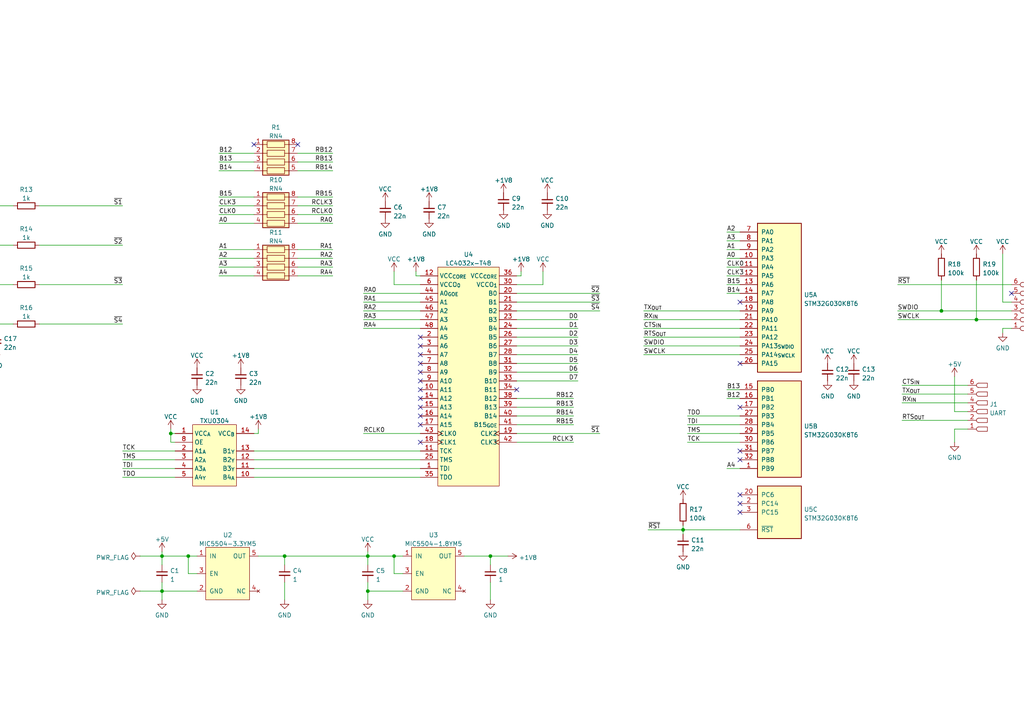
<source format=kicad_sch>
(kicad_sch (version 20211123) (generator eeschema)
  (paper "A4")
  (lib_symbols
    (symbol "connector:1F6" (pin_names (offset 1.016))
      (property "Reference" "J" (at -6.35 -1.27 0))
      (property "Value" "1F6" (at -6.35 1.27 0))
      (symbol "1F6_0_1"
        (arc (start -3.175 -6.985) (mid -2.54 -6.35) (end -3.175 -5.715))
        (arc (start -3.175 -4.445) (mid -2.54 -3.81) (end -3.175 -3.175))
        (arc (start -3.175 -1.905) (mid -2.54 -1.27) (end -3.175 -0.635))
        (arc (start -3.175 0.635) (mid -2.54 1.27) (end -3.175 1.905))
        (arc (start -3.175 3.175) (mid -2.54 3.81) (end -3.175 4.445))
        (arc (start -3.175 5.715) (mid -2.54 6.35) (end -3.175 6.985))
        (polyline (pts (xy -3.175 -5.715) (xy -5.715 -5.715) (xy -5.715 -6.985) (xy -3.175 -6.985)))
        (polyline (pts (xy -3.175 -3.175) (xy -5.715 -3.175) (xy -5.715 -4.445) (xy -3.175 -4.445)))
        (polyline (pts (xy -3.175 -0.635) (xy -5.715 -0.635) (xy -5.715 -1.905) (xy -3.175 -1.905)))
        (polyline (pts (xy -3.175 1.905) (xy -5.715 1.905) (xy -5.715 0.635) (xy -3.175 0.635)))
        (polyline (pts (xy -3.175 4.445) (xy -5.715 4.445) (xy -5.715 3.175) (xy -3.175 3.175)))
        (polyline (pts (xy -3.175 6.985) (xy -5.715 6.985) (xy -5.715 5.715) (xy -3.175 5.715)))
      )
      (symbol "1F6_1_1"
        (pin passive line (at 0 6.35 180) (length 2.54) (name "~") (number "1"))
        (pin passive line (at 0 3.81 180) (length 2.54) (name "~") (number "2"))
        (pin passive line (at 0 1.27 180) (length 2.54) (name "~") (number "3"))
        (pin passive line (at 0 -1.27 180) (length 2.54) (name "~") (number "4"))
        (pin passive line (at 0 -3.81 180) (length 2.54) (name "~") (number "5"))
        (pin passive line (at 0 -6.35 180) (length 2.54) (name "~") (number "6"))
      )
    )
    (symbol "discrete:C" (pin_numbers hide) (pin_names (offset 0.254) hide)
      (property "Reference" "C" (at 0.254 1.778 0))
      (property "Value" "C" (at 0.254 -2.032 0))
      (symbol "C_0_1"
        (polyline (pts (xy -1.524 -0.508) (xy 1.524 -0.508)) (stroke (width 0.3302)))
        (polyline (pts (xy -1.524 0.508) (xy 1.524 0.508)) (stroke (width 0.3048)))
      )
      (symbol "C_1_1"
        (pin passive line (at 0 2.54 270) (length 2.032) (name "~") (number "1"))
        (pin passive line (at 0 -2.54 90) (length 2.032) (name "~") (number "2"))
      )
    )
    (symbol "discrete:LED" (pin_numbers hide) (pin_names (offset 1.016) hide)
      (property "Reference" "D" (at 0 2.54 0))
      (property "Value" "LED" (at 0 -2.54 0))
      (symbol "LED_0_1"
        (polyline (pts (xy -1.27 -1.27) (xy -1.27 1.27)) (stroke (width 0.2032)))
        (polyline (pts (xy -1.27 0) (xy 1.27 0)))
        (polyline (pts (xy 1.27 -1.27) (xy 1.27 1.27) (xy -1.27 0) (xy 1.27 -1.27)) (stroke (width 0.2032)) (fill (type outline)))
        (polyline (pts (xy -3.048 -0.762) (xy -4.572 -2.286) (xy -3.81 -2.286) (xy -4.572 -2.286) (xy -4.572 -1.524)))
        (polyline (pts (xy -1.778 -0.762) (xy -3.302 -2.286) (xy -2.54 -2.286) (xy -3.302 -2.286) (xy -3.302 -1.524)))
      )
      (symbol "LED_1_1"
        (pin passive line (at -3.81 0 0) (length 2.54) (name "K") (number "1"))
        (pin passive line (at 3.81 0 180) (length 2.54) (name "A") (number "2"))
      )
    )
    (symbol "discrete:R" (pin_numbers hide) (pin_names (offset 0))
      (property "Reference" "R" (at 1.27 -1.27 0))
      (property "Value" "R" (at 1.27 1.27 0))
      (symbol "R_0_1"
        (rectangle (start -0.889 2.54) (end 0.889 -2.54) (stroke (width 0.254)))
      )
      (symbol "R_1_1"
        (pin passive line (at 0 3.81 270) (length 1.27) (name "~") (number "1"))
        (pin passive line (at 0 -3.81 90) (length 1.27) (name "~") (number "2"))
      )
    )
    (symbol "discrete:RN4" (pin_names (offset 0) hide)
      (property "Reference" "R" (at 5.715 1.27 0))
      (property "Value" "RN4" (at 5.715 -1.27 0))
      (symbol "RN4_0_1"
        (rectangle (start -5.08 3.81) (end 5.08 -3.81) (stroke (width 0.254)) (fill (type background)))
        (rectangle (start -4.699 2.54) (end -2.921 -2.54))
        (rectangle (start -2.159 2.54) (end -0.381 -2.54))
        (polyline (pts (xy -3.81 -3.81) (xy -3.81 -2.54)))
        (polyline (pts (xy -3.81 3.81) (xy -3.81 2.54)))
        (polyline (pts (xy -1.27 -3.81) (xy -1.27 -2.54)))
        (polyline (pts (xy -1.27 3.81) (xy -1.27 2.54)))
        (polyline (pts (xy 1.27 -3.81) (xy 1.27 -2.54)))
        (polyline (pts (xy 1.27 3.81) (xy 1.27 2.54)))
        (polyline (pts (xy 3.81 -3.81) (xy 3.81 -2.54)))
        (polyline (pts (xy 3.81 3.81) (xy 3.81 2.54)))
        (rectangle (start 0.381 2.54) (end 2.159 -2.54))
        (rectangle (start 2.921 2.54) (end 4.699 -2.54))
      )
      (symbol "RN4_1_1"
        (pin passive line (at 3.81 6.35 270) (length 2.54) (name "~") (number "1"))
        (pin passive line (at 1.27 6.35 270) (length 2.54) (name "~") (number "2"))
        (pin passive line (at -1.27 6.35 270) (length 2.54) (name "~") (number "3"))
        (pin passive line (at -3.81 6.35 270) (length 2.54) (name "~") (number "4"))
        (pin passive line (at -3.81 -6.35 90) (length 2.54) (name "~") (number "5"))
        (pin passive line (at -1.27 -6.35 90) (length 2.54) (name "~") (number "6"))
        (pin passive line (at 1.27 -6.35 90) (length 2.54) (name "~") (number "7"))
        (pin passive line (at 3.81 -6.35 90) (length 2.54) (name "~") (number "8"))
      )
    )
    (symbol "power:+1V8" (power) (pin_names (offset 0))
      (property "Value" "+1V8" (at 0 3.556 0))
      (symbol "+1V8_0_1"
        (polyline (pts (xy -0.762 1.27) (xy 0 2.54)))
        (polyline (pts (xy 0 0) (xy 0 2.54)))
        (polyline (pts (xy 0 2.54) (xy 0.762 1.27)))
      )
      (symbol "+1V8_1_1"
        (pin power_in line (at 0 0 90) (length 0) hide (name "+1V8") (number "1"))
      )
    )
    (symbol "power:+5V" (power) (pin_names (offset 0))
      (property "Value" "+5V" (at 0 3.556 0))
      (symbol "+5V_0_1"
        (polyline (pts (xy -0.762 1.27) (xy 0 2.54)))
        (polyline (pts (xy 0 0) (xy 0 2.54)))
        (polyline (pts (xy 0 2.54) (xy 0.762 1.27)))
      )
      (symbol "+5V_1_1"
        (pin power_in line (at 0 0 90) (length 0) hide (name "+5V") (number "1"))
      )
    )
    (symbol "power:GND" (power) (pin_names (offset 0))
      (property "Value" "GND" (at 0 -3.81 0))
      (symbol "GND_0_1"
        (polyline (pts (xy 0 0) (xy 0 -1.27) (xy 1.27 -1.27) (xy 0 -2.54) (xy -1.27 -1.27) (xy 0 -1.27)))
      )
      (symbol "GND_1_1"
        (pin power_in line (at 0 0 270) (length 0) hide (name "GND") (number "1"))
      )
    )
    (symbol "power:PWR_FLAG" (power) (pin_numbers hide) (pin_names (offset 0) hide)
      (property "Value" "PWR_FLAG" (at 0 3.81 0))
      (symbol "PWR_FLAG_0_0"
        (pin power_out line (at 0 0 90) (length 0) (name "pwr") (number "1"))
      )
      (symbol "PWR_FLAG_0_1"
        (polyline (pts (xy 0 0) (xy 0 1.27) (xy -1.016 1.905) (xy 0 2.54) (xy 1.016 1.905) (xy 0 1.27)))
      )
    )
    (symbol "power:VCC" (power) (pin_names (offset 0))
      (property "Value" "VCC" (at 0 3.81 0))
      (symbol "VCC_0_1"
        (polyline (pts (xy -0.762 1.27) (xy 0 2.54)))
        (polyline (pts (xy 0 0) (xy 0 2.54)))
        (polyline (pts (xy 0 2.54) (xy 0.762 1.27)))
      )
      (symbol "VCC_1_1"
        (pin power_in line (at 0 0 90) (length 0) hide (name "VCC") (number "1"))
      )
    )
    (symbol "semiconductor:LC4032x-T48"
      (property "Reference" "U" (at 0 33.02 0))
      (property "Value" "LC4032x-T48" (at 0 -33.02 0))
      (symbol "LC4032x-T48_0_1"
        (rectangle (start -8.89 31.75) (end 8.89 -31.75) (stroke (width 0.1524)) (fill (type background)))
      )
      (symbol "LC4032x-T48_1_1"
        (pin input line (at -13.97 -26.67 0) (length 5.08) (name "TDI") (number "1"))
        (pin bidirectional line (at -13.97 -3.81 0) (length 5.08) (name "A11") (number "10"))
        (pin input line (at -13.97 -21.59 0) (length 5.08) (name "TCK") (number "11"))
        (pin power_in line (at -13.97 29.21 0) (length 5.08) (name "VCC_{CORE}") (number "12"))
        (pin power_in line (at 13.97 -24.13 180) (length 5.08) hide (name "GND") (number "13"))
        (pin bidirectional line (at -13.97 -6.35 0) (length 5.08) (name "A12") (number "14"))
        (pin bidirectional line (at -13.97 -8.89 0) (length 5.08) (name "A13") (number "15"))
        (pin bidirectional line (at -13.97 -11.43 0) (length 5.08) (name "A14") (number "16"))
        (pin bidirectional line (at -13.97 -13.97 0) (length 5.08) (name "A15") (number "17"))
        (pin input clock (at -13.97 -19.05 0) (length 5.08) (name "CLK1") (number "18"))
        (pin input clock (at 13.97 -16.51 180) (length 5.08) (name "CLK2") (number "19"))
        (pin bidirectional line (at -13.97 11.43 0) (length 5.08) (name "A5") (number "2"))
        (pin bidirectional line (at 13.97 24.13 180) (length 5.08) (name "B0") (number "20"))
        (pin bidirectional line (at 13.97 21.59 180) (length 5.08) (name "B1") (number "21"))
        (pin bidirectional line (at 13.97 19.05 180) (length 5.08) (name "B2") (number "22"))
        (pin bidirectional line (at 13.97 16.51 180) (length 5.08) (name "B3") (number "23"))
        (pin bidirectional line (at 13.97 13.97 180) (length 5.08) (name "B4") (number "24"))
        (pin input line (at -13.97 -24.13 0) (length 5.08) (name "TMS") (number "25"))
        (pin bidirectional line (at 13.97 11.43 180) (length 5.08) (name "B5") (number "26"))
        (pin bidirectional line (at 13.97 8.89 180) (length 5.08) (name "B6") (number "27"))
        (pin bidirectional line (at 13.97 6.35 180) (length 5.08) (name "B7") (number "28"))
        (pin power_in line (at 13.97 -26.67 180) (length 5.08) hide (name "GND") (number "29"))
        (pin bidirectional line (at -13.97 8.89 0) (length 5.08) (name "A6") (number "3"))
        (pin power_in line (at 13.97 26.67 180) (length 5.08) (name "VCCO_{1}") (number "30"))
        (pin bidirectional line (at 13.97 3.81 180) (length 5.08) (name "B8") (number "31"))
        (pin bidirectional line (at 13.97 1.27 180) (length 5.08) (name "B9") (number "32"))
        (pin bidirectional line (at 13.97 -1.27 180) (length 5.08) (name "B10") (number "33"))
        (pin bidirectional line (at 13.97 -3.81 180) (length 5.08) (name "B11") (number "34"))
        (pin output line (at -13.97 -29.21 0) (length 5.08) (name "TDO") (number "35"))
        (pin power_in line (at 13.97 29.21 180) (length 5.08) (name "VCC_{CORE}") (number "36"))
        (pin power_in line (at 13.97 -29.21 180) (length 5.08) hide (name "GND") (number "37"))
        (pin bidirectional line (at 13.97 -6.35 180) (length 5.08) (name "B12") (number "38"))
        (pin bidirectional line (at 13.97 -8.89 180) (length 5.08) (name "B13") (number "39"))
        (pin bidirectional line (at -13.97 6.35 0) (length 5.08) (name "A7") (number "4"))
        (pin bidirectional line (at 13.97 -11.43 180) (length 5.08) (name "B14") (number "40"))
        (pin bidirectional line (at 13.97 -13.97 180) (length 5.08) (name "B15_{GOE}") (number "41"))
        (pin input clock (at 13.97 -19.05 180) (length 5.08) (name "CLK3") (number "42"))
        (pin input clock (at -13.97 -16.51 0) (length 5.08) (name "CLK0") (number "43"))
        (pin bidirectional line (at -13.97 24.13 0) (length 5.08) (name "A0_{GOE}") (number "44"))
        (pin bidirectional line (at -13.97 21.59 0) (length 5.08) (name "A1") (number "45"))
        (pin bidirectional line (at -13.97 19.05 0) (length 5.08) (name "A2") (number "46"))
        (pin bidirectional line (at -13.97 16.51 0) (length 5.08) (name "A3") (number "47"))
        (pin bidirectional line (at -13.97 13.97 0) (length 5.08) (name "A4") (number "48"))
        (pin power_in line (at 13.97 -21.59 180) (length 5.08) hide (name "GND") (number "5"))
        (pin power_in line (at -13.97 26.67 0) (length 5.08) (name "VCCO_{0}") (number "6"))
        (pin bidirectional line (at -13.97 3.81 0) (length 5.08) (name "A8") (number "7"))
        (pin bidirectional line (at -13.97 1.27 0) (length 5.08) (name "A9") (number "8"))
        (pin bidirectional line (at -13.97 -1.27 0) (length 5.08) (name "A10") (number "9"))
      )
    )
    (symbol "semiconductor:MIC5504-1.8YM5" (pin_names (offset 1.016))
      (property "Reference" "U" (at 0 -8.89 0))
      (property "Value" "MIC5504-1.8YM5" (at 0 8.89 0))
      (symbol "MIC5504-1.8YM5_0_1"
        (rectangle (start -6.35 7.62) (end 6.35 -7.62) (fill (type background)))
      )
      (symbol "MIC5504-1.8YM5_1_1"
        (pin power_in line (at -8.89 5.08 0) (length 2.54) (name "IN") (number "1"))
        (pin power_in line (at -8.89 -5.08 0) (length 2.54) (name "GND") (number "2"))
        (pin input line (at -8.89 0 0) (length 2.54) (name "EN") (number "3"))
        (pin no_connect line (at 8.89 -5.08 180) (length 2.54) (name "NC") (number "4"))
        (pin power_out line (at 8.89 5.08 180) (length 2.54) (name "OUT") (number "5"))
      )
    )
    (symbol "semiconductor:MIC5504-3.3YM5" (pin_names (offset 1.016))
      (property "Reference" "U" (at 0 -8.89 0))
      (property "Value" "MIC5504-3.3YM5" (at 0 8.89 0))
      (symbol "MIC5504-3.3YM5_0_1"
        (rectangle (start -6.35 7.62) (end 6.35 -7.62) (fill (type background)))
      )
      (symbol "MIC5504-3.3YM5_1_1"
        (pin power_in line (at -8.89 5.08 0) (length 2.54) (name "IN") (number "1"))
        (pin power_in line (at -8.89 -5.08 0) (length 2.54) (name "GND") (number "2"))
        (pin input line (at -8.89 0 0) (length 2.54) (name "EN") (number "3"))
        (pin no_connect line (at 8.89 -5.08 180) (length 2.54) (name "NC") (number "4"))
        (pin power_out line (at 8.89 5.08 180) (length 2.54) (name "OUT") (number "5"))
      )
    )
    (symbol "semiconductor:STM32G030K8T6" (pin_names (offset 1.016))
      (property "Reference" "U" (at 0 22.86 0))
      (property "Value" "STM32G030K8T6" (at 0 -22.86 0))
      (symbol "STM32G030K8T6_1_1"
        (rectangle (start -6.35 21.59) (end 6.35 -21.59) (stroke (width 0.254)) (fill (type background)))
        (pin passive line (at -11.43 11.43 0) (length 5.08) (name "PA3") (number "10"))
        (pin passive line (at -11.43 8.89 0) (length 5.08) (name "PA4") (number "11"))
        (pin passive line (at -11.43 6.35 0) (length 5.08) (name "PA5") (number "12"))
        (pin passive line (at -11.43 3.81 0) (length 5.08) (name "PA6") (number "13"))
        (pin passive line (at -11.43 1.27 0) (length 5.08) (name "PA7") (number "14"))
        (pin passive line (at -11.43 -1.27 0) (length 5.08) (name "PA8") (number "18"))
        (pin passive line (at -11.43 -3.81 0) (length 5.08) (name "PA9") (number "19"))
        (pin passive line (at -11.43 -6.35 0) (length 5.08) (name "PA10") (number "21"))
        (pin passive line (at -11.43 -8.89 0) (length 5.08) (name "PA11") (number "22"))
        (pin passive line (at -11.43 -11.43 0) (length 5.08) (name "PA12") (number "23"))
        (pin passive line (at -11.43 -13.97 0) (length 5.08) (name "PA13_{SWDIO}") (number "24"))
        (pin passive line (at -11.43 -16.51 0) (length 5.08) (name "PA14_{SWCLK}") (number "25"))
        (pin passive line (at -11.43 -19.05 0) (length 5.08) (name "PA15") (number "26"))
        (pin passive line (at -11.43 19.05 0) (length 5.08) (name "PA0") (number "7"))
        (pin passive line (at -11.43 16.51 0) (length 5.08) (name "PA1") (number "8"))
        (pin passive line (at -11.43 13.97 0) (length 5.08) (name "PA2") (number "9"))
      )
      (symbol "STM32G030K8T6_2_1"
        (rectangle (start -6.35 13.97) (end 6.35 -13.97) (stroke (width 0.254)) (fill (type background)))
        (pin passive line (at -11.43 -11.43 0) (length 5.08) (name "PB9") (number "1"))
        (pin passive line (at -11.43 11.43 0) (length 5.08) (name "PB0") (number "15"))
        (pin passive line (at -11.43 8.89 0) (length 5.08) (name "PB1") (number "16"))
        (pin passive line (at -11.43 6.35 0) (length 5.08) (name "PB2") (number "17"))
        (pin passive line (at -11.43 3.81 0) (length 5.08) (name "PB3") (number "27"))
        (pin passive line (at -11.43 1.27 0) (length 5.08) (name "PB4") (number "28"))
        (pin passive line (at -11.43 -1.27 0) (length 5.08) (name "PB5") (number "29"))
        (pin passive line (at -11.43 -3.81 0) (length 5.08) (name "PB6") (number "30"))
        (pin passive line (at -11.43 -6.35 0) (length 5.08) (name "PB7") (number "31"))
        (pin passive line (at -11.43 -8.89 0) (length 5.08) (name "PB8") (number "32"))
      )
      (symbol "STM32G030K8T6_3_1"
        (rectangle (start -6.35 7.62) (end 6.35 -7.62) (stroke (width 0.254)) (fill (type background)))
        (pin passive line (at -11.43 2.54 0) (length 5.08) (name "PC14") (number "2"))
        (pin passive line (at -11.43 5.08 0) (length 5.08) (name "PC6") (number "20"))
        (pin passive line (at -11.43 0 0) (length 5.08) (name "PC15") (number "3"))
        (pin power_in line (at 11.43 5.08 180) (length 5.08) hide (name "VCC") (number "4"))
        (pin power_in line (at 11.43 -5.08 180) (length 5.08) hide (name "GND") (number "5"))
        (pin passive line (at -11.43 -5.08 0) (length 5.08) (name "~{RST}") (number "6"))
      )
    )
    (symbol "semiconductor:TXU0304"
      (property "Reference" "U" (at 0 -10.16 0))
      (property "Value" "TXU0304" (at 0 10.16 0))
      (symbol "TXU0304_0_1"
        (rectangle (start -6.35 8.89) (end 6.35 -8.89) (stroke (width 0.1524)) (fill (type background)))
      )
      (symbol "TXU0304_1_1"
        (pin power_in line (at -11.43 6.35 0) (length 5.08) (name "VCC_{A}") (number "1"))
        (pin input line (at 11.43 -6.35 180) (length 5.08) (name "B4_{A}") (number "10"))
        (pin output line (at 11.43 -3.81 180) (length 5.08) (name "B3_{Y}") (number "11"))
        (pin output line (at 11.43 -1.27 180) (length 5.08) (name "B2_{Y}") (number "12"))
        (pin output line (at 11.43 1.27 180) (length 5.08) (name "B1_{Y}") (number "13"))
        (pin power_in line (at 11.43 6.35 180) (length 5.08) (name "VCC_{B}") (number "14"))
        (pin input line (at -11.43 1.27 0) (length 5.08) (name "A1_{A}") (number "2"))
        (pin input line (at -11.43 -1.27 0) (length 5.08) (name "A2_{A}") (number "3"))
        (pin input line (at -11.43 -3.81 0) (length 5.08) (name "A3_{A}") (number "4"))
        (pin output line (at -11.43 -6.35 0) (length 5.08) (name "A4_{Y}") (number "5"))
        (pin power_in line (at 11.43 3.81 180) (length 5.08) hide (name "GND") (number "7"))
        (pin input line (at -11.43 3.81 0) (length 5.08) (name "OE") (number "8"))
      )
    )
    (symbol "switch:SPDT" (pin_names (offset 0) hide)
      (property "Reference" "SW" (at 0 4.318 0))
      (property "Value" "SPDT" (at 0 -5.08 0))
      (symbol "SPDT_0_0"
        (circle (center -2.032 0) (radius 0.508))
        (circle (center 2.032 -2.54) (radius 0.508))
      )
      (symbol "SPDT_0_1"
        (polyline (pts (xy -1.524 0.254) (xy 1.651 2.286)))
        (circle (center 2.032 2.54) (radius 0.508))
      )
      (symbol "SPDT_1_1"
        (pin passive line (at 5.08 2.54 180) (length 2.54) (name "A") (number "1"))
        (pin passive line (at -5.08 0 0) (length 2.54) (name "B") (number "2"))
        (pin passive line (at 5.08 -2.54 180) (length 2.54) (name "C") (number "3"))
      )
    )
  )
  (junction (at -11.43 82.55))
  (junction (at -39.37 144.78))
  (junction (at 54.61 161.29))
  (junction (at -55.88 62.23))
  (junction (at 142.24 161.29))
  (junction (at -20.32 71.12))
  (junction (at -39.37 180.34))
  (junction (at 114.3 161.29))
  (junction (at 46.99 161.29))
  (junction (at 49.53 125.73))
  (junction (at -39.37 127))
  (junction (at -39.37 171.45))
  (junction (at -39.37 135.89))
  (junction (at 283.21 92.71))
  (junction (at -55.88 85.09))
  (junction (at 273.05 90.17))
  (junction (at -53.34 80.01))
  (junction (at 46.99 171.45))
  (junction (at -39.37 153.67))
  (junction (at 106.68 161.29))
  (junction (at -55.88 73.66))
  (junction (at -53.34 91.44))
  (junction (at 106.68 171.45))
  (junction (at -30.48 59.69))
  (junction (at 82.55 161.29))
  (junction (at 198.12 153.67))
  (junction (at -1.27 93.98))
  (junction (at -53.34 68.58))
  (junction (at -39.37 162.56))
  (no_connect (at 121.92 113.03))
  (no_connect (at 121.92 107.95))
  (no_connect (at 214.63 146.05))
  (no_connect (at 214.63 105.41))
  (no_connect (at 214.63 133.35))
  (no_connect (at 214.63 118.11))
  (no_connect (at 214.63 130.81))
  (no_connect (at 121.92 118.11))
  (no_connect (at 121.92 100.33))
  (no_connect (at 214.63 148.59))
  (no_connect (at 121.92 105.41))
  (no_connect (at 214.63 143.51))
  (no_connect (at 86.36 41.91))
  (no_connect (at 121.92 110.49))
  (no_connect (at 73.66 41.91))
  (no_connect (at 121.92 120.65))
  (no_connect (at 214.63 87.63))
  (no_connect (at 121.92 123.19))
  (no_connect (at 121.92 128.27))
  (no_connect (at 121.92 97.79))
  (no_connect (at 149.86 113.03))
  (no_connect (at 121.92 102.87))
  (no_connect (at 293.37 85.09))
  (no_connect (at 121.92 115.57))
  (wire (pts (xy -20.32 153.67) (xy -2.54 153.67)))
  (wire (pts (xy 54.61 166.37) (xy 54.61 161.29)))
  (wire (pts (xy 105.41 92.71) (xy 121.92 92.71)))
  (wire (pts (xy 96.52 80.01) (xy 86.36 80.01)))
  (wire (pts (xy 46.99 160.02) (xy 46.99 161.29)))
  (wire (pts (xy 142.24 161.29) (xy 147.32 161.29)))
  (wire (pts (xy 149.86 110.49) (xy 167.64 110.49)))
  (wire (pts (xy 149.86 95.25) (xy 167.64 95.25)))
  (wire (pts (xy 50.8 125.73) (xy 49.53 125.73)))
  (wire (pts (xy 105.41 85.09) (xy 121.92 85.09)))
  (wire (pts (xy 260.35 82.55) (xy 293.37 82.55)))
  (wire (pts (xy 198.12 153.67) (xy 198.12 154.94)))
  (wire (pts (xy 149.86 115.57) (xy 166.37 115.57)))
  (wire (pts (xy 35.56 138.43) (xy 50.8 138.43)))
  (wire (pts (xy 120.65 80.01) (xy 120.65 78.74)))
  (wire (pts (xy -39.37 162.56) (xy -39.37 153.67)))
  (wire (pts (xy 46.99 171.45) (xy 46.99 173.99)))
  (wire (pts (xy 96.52 72.39) (xy 86.36 72.39)))
  (wire (pts (xy 35.56 133.35) (xy 50.8 133.35)))
  (wire (pts (xy -11.43 82.55) (xy 3.81 82.55)))
  (wire (pts (xy 82.55 161.29) (xy 82.55 163.83)))
  (wire (pts (xy 149.86 80.01) (xy 151.13 80.01)))
  (wire (pts (xy -39.37 180.34) (xy -35.56 180.34)))
  (wire (pts (xy 261.62 111.76) (xy 280.67 111.76)))
  (wire (pts (xy 210.82 113.03) (xy 214.63 113.03)))
  (wire (pts (xy -39.37 135.89) (xy -39.37 127)))
  (wire (pts (xy -55.88 85.09) (xy -50.8 85.09)))
  (wire (pts (xy 290.83 95.25) (xy 290.83 96.52)))
  (wire (pts (xy 96.52 74.93) (xy 86.36 74.93)))
  (wire (pts (xy 261.62 121.92) (xy 280.67 121.92)))
  (wire (pts (xy 63.5 46.99) (xy 73.66 46.99)))
  (wire (pts (xy -53.34 68.58) (xy -50.8 68.58)))
  (wire (pts (xy 96.52 77.47) (xy 86.36 77.47)))
  (wire (pts (xy -55.88 53.34) (xy -55.88 62.23)))
  (wire (pts (xy 63.5 44.45) (xy 73.66 44.45)))
  (wire (pts (xy 106.68 171.45) (xy 106.68 173.99)))
  (wire (pts (xy 186.69 90.17) (xy 214.63 90.17)))
  (wire (pts (xy 63.5 80.01) (xy 73.66 80.01)))
  (wire (pts (xy -39.37 118.11) (xy -35.56 118.11)))
  (wire (pts (xy 199.39 120.65) (xy 214.63 120.65)))
  (wire (pts (xy 96.52 57.15) (xy 86.36 57.15)))
  (wire (pts (xy -20.32 71.12) (xy 3.81 71.12)))
  (wire (pts (xy -53.34 91.44) (xy -53.34 80.01)))
  (wire (pts (xy 157.48 82.55) (xy 157.48 78.74)))
  (wire (pts (xy 96.52 59.69) (xy 86.36 59.69)))
  (wire (pts (xy 290.83 73.66) (xy 290.83 87.63)))
  (wire (pts (xy 283.21 81.28) (xy 283.21 92.71)))
  (wire (pts (xy 199.39 128.27) (xy 214.63 128.27)))
  (wire (pts (xy 63.5 74.93) (xy 73.66 74.93)))
  (wire (pts (xy 149.86 125.73) (xy 173.99 125.73)))
  (wire (pts (xy 106.68 168.91) (xy 106.68 171.45)))
  (wire (pts (xy 149.86 90.17) (xy 173.99 90.17)))
  (wire (pts (xy -55.88 73.66) (xy -55.88 85.09)))
  (wire (pts (xy 96.52 62.23) (xy 86.36 62.23)))
  (wire (pts (xy 114.3 82.55) (xy 121.92 82.55)))
  (wire (pts (xy 261.62 114.3) (xy 280.67 114.3)))
  (wire (pts (xy 46.99 171.45) (xy 57.15 171.45)))
  (wire (pts (xy -39.37 153.67) (xy -35.56 153.67)))
  (wire (pts (xy 186.69 100.33) (xy 214.63 100.33)))
  (wire (pts (xy 260.35 92.71) (xy 283.21 92.71)))
  (wire (pts (xy 40.64 161.29) (xy 46.99 161.29)))
  (wire (pts (xy -50.8 96.52) (xy -55.88 96.52)))
  (wire (pts (xy -39.37 171.45) (xy -35.56 171.45)))
  (wire (pts (xy -30.48 59.69) (xy -30.48 96.52)))
  (wire (pts (xy -40.64 93.98) (xy -1.27 93.98)))
  (wire (pts (xy 149.86 82.55) (xy 157.48 82.55)))
  (wire (pts (xy 82.55 161.29) (xy 106.68 161.29)))
  (wire (pts (xy 210.82 74.93) (xy 214.63 74.93)))
  (wire (pts (xy 35.56 130.81) (xy 50.8 130.81)))
  (wire (pts (xy 96.52 49.53) (xy 86.36 49.53)))
  (wire (pts (xy 11.43 71.12) (xy 35.56 71.12)))
  (wire (pts (xy 106.68 161.29) (xy 106.68 163.83)))
  (wire (pts (xy 105.41 125.73) (xy 121.92 125.73)))
  (wire (pts (xy 276.86 124.46) (xy 276.86 128.27)))
  (wire (pts (xy 198.12 152.4) (xy 198.12 153.67)))
  (wire (pts (xy 210.82 67.31) (xy 214.63 67.31)))
  (wire (pts (xy -40.64 59.69) (xy -30.48 59.69)))
  (wire (pts (xy -39.37 144.78) (xy -39.37 135.89)))
  (wire (pts (xy 116.84 161.29) (xy 114.3 161.29)))
  (wire (pts (xy 149.86 118.11) (xy 166.37 118.11)))
  (wire (pts (xy -39.37 127) (xy -35.56 127)))
  (wire (pts (xy 186.69 97.79) (xy 214.63 97.79)))
  (wire (pts (xy 149.86 85.09) (xy 173.99 85.09)))
  (wire (pts (xy -53.34 80.01) (xy -50.8 80.01)))
  (wire (pts (xy -20.32 171.45) (xy -2.54 171.45)))
  (wire (pts (xy 57.15 166.37) (xy 54.61 166.37)))
  (wire (pts (xy 49.53 124.46) (xy 49.53 125.73)))
  (wire (pts (xy -39.37 180.34) (xy -39.37 171.45)))
  (wire (pts (xy 199.39 123.19) (xy 214.63 123.19)))
  (wire (pts (xy -50.8 91.44) (xy -53.34 91.44)))
  (wire (pts (xy 210.82 77.47) (xy 214.63 77.47)))
  (wire (pts (xy 149.86 97.79) (xy 167.64 97.79)))
  (wire (pts (xy 149.86 87.63) (xy 173.99 87.63)))
  (wire (pts (xy 114.3 166.37) (xy 114.3 161.29)))
  (wire (pts (xy 49.53 128.27) (xy 49.53 125.73)))
  (wire (pts (xy 63.5 64.77) (xy 73.66 64.77)))
  (wire (pts (xy -39.37 127) (xy -39.37 118.11)))
  (wire (pts (xy 149.86 100.33) (xy 167.64 100.33)))
  (wire (pts (xy 54.61 161.29) (xy 46.99 161.29)))
  (wire (pts (xy 149.86 128.27) (xy 166.37 128.27)))
  (wire (pts (xy 149.86 120.65) (xy 166.37 120.65)))
  (wire (pts (xy -53.34 57.15) (xy -50.8 57.15)))
  (wire (pts (xy -11.43 82.55) (xy -11.43 96.52)))
  (wire (pts (xy 96.52 64.77) (xy 86.36 64.77)))
  (wire (pts (xy 260.35 90.17) (xy 273.05 90.17)))
  (wire (pts (xy 210.82 82.55) (xy 214.63 82.55)))
  (wire (pts (xy 261.62 116.84) (xy 280.67 116.84)))
  (wire (pts (xy 283.21 92.71) (xy 293.37 92.71)))
  (wire (pts (xy -20.32 180.34) (xy -2.54 180.34)))
  (wire (pts (xy 149.86 123.19) (xy 166.37 123.19)))
  (wire (pts (xy -20.32 135.89) (xy -2.54 135.89)))
  (wire (pts (xy 187.96 153.67) (xy 198.12 153.67)))
  (wire (pts (xy -20.32 144.78) (xy -2.54 144.78)))
  (wire (pts (xy 198.12 153.67) (xy 214.63 153.67)))
  (wire (pts (xy 149.86 105.41) (xy 167.64 105.41)))
  (wire (pts (xy 73.66 135.89) (xy 121.92 135.89)))
  (wire (pts (xy 73.66 125.73) (xy 74.93 125.73)))
  (wire (pts (xy -53.34 80.01) (xy -53.34 68.58)))
  (wire (pts (xy -55.88 62.23) (xy -50.8 62.23)))
  (wire (pts (xy 11.43 93.98) (xy 35.56 93.98)))
  (wire (pts (xy -39.37 182.88) (xy -39.37 180.34)))
  (wire (pts (xy -55.88 73.66) (xy -50.8 73.66)))
  (wire (pts (xy 82.55 168.91) (xy 82.55 173.99)))
  (wire (pts (xy 63.5 49.53) (xy 73.66 49.53)))
  (wire (pts (xy 280.67 119.38) (xy 276.86 119.38)))
  (wire (pts (xy 106.68 171.45) (xy 116.84 171.45)))
  (wire (pts (xy -40.64 82.55) (xy -11.43 82.55)))
  (wire (pts (xy -1.27 93.98) (xy -1.27 96.52)))
  (wire (pts (xy 273.05 90.17) (xy 293.37 90.17)))
  (wire (pts (xy -55.88 62.23) (xy -55.88 73.66)))
  (wire (pts (xy 63.5 77.47) (xy 73.66 77.47)))
  (wire (pts (xy 114.3 78.74) (xy 114.3 82.55)))
  (wire (pts (xy 210.82 80.01) (xy 214.63 80.01)))
  (wire (pts (xy 273.05 81.28) (xy 273.05 90.17)))
  (wire (pts (xy 276.86 119.38) (xy 276.86 109.22)))
  (wire (pts (xy 149.86 102.87) (xy 167.64 102.87)))
  (wire (pts (xy -39.37 144.78) (xy -35.56 144.78)))
  (wire (pts (xy 114.3 161.29) (xy 106.68 161.29)))
  (wire (pts (xy 142.24 168.91) (xy 142.24 173.99)))
  (wire (pts (xy 35.56 135.89) (xy 50.8 135.89)))
  (wire (pts (xy -53.34 68.58) (xy -53.34 57.15)))
  (wire (pts (xy 50.8 128.27) (xy 49.53 128.27)))
  (wire (pts (xy 63.5 72.39) (xy 73.66 72.39)))
  (wire (pts (xy 11.43 82.55) (xy 35.56 82.55)))
  (wire (pts (xy 46.99 161.29) (xy 46.99 163.83)))
  (wire (pts (xy 199.39 125.73) (xy 214.63 125.73)))
  (wire (pts (xy 186.69 95.25) (xy 214.63 95.25)))
  (wire (pts (xy 186.69 92.71) (xy 214.63 92.71)))
  (wire (pts (xy -39.37 135.89) (xy -35.56 135.89)))
  (wire (pts (xy 210.82 69.85) (xy 214.63 69.85)))
  (wire (pts (xy 63.5 57.15) (xy 73.66 57.15)))
  (wire (pts (xy 134.62 161.29) (xy 142.24 161.29)))
  (wire (pts (xy 105.41 87.63) (xy 121.92 87.63)))
  (wire (pts (xy 280.67 124.46) (xy 276.86 124.46)))
  (wire (pts (xy 106.68 160.02) (xy 106.68 161.29)))
  (wire (pts (xy -20.32 71.12) (xy -20.32 96.52)))
  (wire (pts (xy 121.92 80.01) (xy 120.65 80.01)))
  (wire (pts (xy 105.41 90.17) (xy 121.92 90.17)))
  (wire (pts (xy 142.24 161.29) (xy 142.24 163.83)))
  (wire (pts (xy 149.86 107.95) (xy 167.64 107.95)))
  (wire (pts (xy -30.48 59.69) (xy 3.81 59.69)))
  (wire (pts (xy 63.5 62.23) (xy 73.66 62.23)))
  (wire (pts (xy 73.66 138.43) (xy 121.92 138.43)))
  (wire (pts (xy -53.34 91.44) (xy -53.34 100.33)))
  (wire (pts (xy 293.37 95.25) (xy 290.83 95.25)))
  (wire (pts (xy -20.32 127) (xy -2.54 127)))
  (wire (pts (xy 63.5 59.69) (xy 73.66 59.69)))
  (wire (pts (xy 293.37 87.63) (xy 290.83 87.63)))
  (wire (pts (xy -20.32 162.56) (xy -2.54 162.56)))
  (wire (pts (xy 149.86 92.71) (xy 167.64 92.71)))
  (wire (pts (xy -40.64 71.12) (xy -20.32 71.12)))
  (wire (pts (xy -20.32 118.11) (xy -2.54 118.11)))
  (wire (pts (xy -39.37 153.67) (xy -39.37 144.78)))
  (wire (pts (xy 57.15 161.29) (xy 54.61 161.29)))
  (wire (pts (xy 74.93 161.29) (xy 82.55 161.29)))
  (wire (pts (xy 11.43 59.69) (xy 35.56 59.69)))
  (wire (pts (xy 210.82 85.09) (xy 214.63 85.09)))
  (wire (pts (xy 151.13 80.01) (xy 151.13 78.74)))
  (wire (pts (xy 74.93 124.46) (xy 74.93 125.73)))
  (wire (pts (xy -1.27 93.98) (xy 3.81 93.98)))
  (wire (pts (xy -55.88 85.09) (xy -55.88 96.52)))
  (wire (pts (xy 40.64 171.45) (xy 46.99 171.45)))
  (wire (pts (xy 210.82 135.89) (xy 214.63 135.89)))
  (wire (pts (xy -39.37 171.45) (xy -39.37 162.56)))
  (wire (pts (xy 73.66 133.35) (xy 121.92 133.35)))
  (wire (pts (xy 105.41 95.25) (xy 121.92 95.25)))
  (wire (pts (xy 46.99 168.91) (xy 46.99 171.45)))
  (wire (pts (xy 96.52 46.99) (xy 86.36 46.99)))
  (wire (pts (xy 73.66 130.81) (xy 121.92 130.81)))
  (wire (pts (xy 210.82 115.57) (xy 214.63 115.57)))
  (wire (pts (xy 96.52 44.45) (xy 86.36 44.45)))
  (wire (pts (xy 116.84 166.37) (xy 114.3 166.37)))
  (wire (pts (xy 210.82 72.39) (xy 214.63 72.39)))
  (wire (pts (xy 186.69 102.87) (xy 214.63 102.87)))
  (wire (pts (xy -39.37 162.56) (xy -35.56 162.56)))
  (label "RA2" (at 96.52 74.93 180))
  (label "D0" (at -2.54 118.11 180))
  (label "D5" (at 167.64 105.41 180))
  (label "CLK0" (at 63.5 62.23 0))
  (label "RB13" (at 96.52 46.99 180))
  (label "B14" (at 210.82 85.09 0))
  (label "RB15" (at 96.52 57.15 180))
  (label "RCLK3" (at 166.37 128.27 180))
  (label "D1" (at 167.64 95.25 180))
  (label "TX_{OUT}" (at 261.62 114.3 0))
  (label "D6" (at -2.54 171.45 180))
  (label "RB14" (at 166.37 120.65 180))
  (label "A3" (at 63.5 77.47 0))
  (label "RA4" (at 96.52 80.01 180))
  (label "CTS_{IN}" (at 186.69 95.25 0))
  (label "RA3" (at 96.52 77.47 180))
  (label "TCK" (at 35.56 130.81 0))
  (label "~{S4}" (at 35.56 93.98 180))
  (label "RB13" (at 166.37 118.11 180))
  (label "A3" (at 210.82 69.85 0))
  (label "D7" (at -2.54 180.34 180))
  (label "B13" (at 210.82 113.03 0))
  (label "D4" (at -2.54 153.67 180))
  (label "RB14" (at 96.52 49.53 180))
  (label "TDO" (at 35.56 138.43 0))
  (label "B12" (at 210.82 115.57 0))
  (label "TCK" (at 199.39 128.27 0))
  (label "B15" (at 210.82 82.55 0))
  (label "~{S2}" (at 173.99 85.09 180))
  (label "D0" (at 167.64 92.71 180))
  (label "B15" (at 63.5 57.15 0))
  (label "SWDIO" (at 260.35 90.17 0))
  (label "RA4" (at 105.41 95.25 0))
  (label "RA3" (at 105.41 92.71 0))
  (label "A1" (at 63.5 72.39 0))
  (label "CTS_{IN}" (at 261.62 111.76 0))
  (label "D1" (at -2.54 127 180))
  (label "A2" (at 63.5 74.93 0))
  (label "D7" (at 167.64 110.49 180))
  (label "A1" (at 210.82 72.39 0))
  (label "A2" (at 210.82 67.31 0))
  (label "RA0" (at 96.52 64.77 180))
  (label "CLK0" (at 210.82 77.47 0))
  (label "RTS_{OUT}" (at 186.69 97.79 0))
  (label "TX_{OUT}" (at 186.69 90.17 0))
  (label "A0" (at 210.82 74.93 0))
  (label "RCLK3" (at 96.52 59.69 180))
  (label "CLK3" (at 210.82 80.01 0))
  (label "RA1" (at 105.41 87.63 0))
  (label "SWCLK" (at 260.35 92.71 0))
  (label "CLK3" (at 63.5 59.69 0))
  (label "~{S1}" (at 35.56 59.69 180))
  (label "~{RST}" (at 187.96 153.67 0))
  (label "RX_{IN}" (at 186.69 92.71 0))
  (label "D2" (at 167.64 97.79 180))
  (label "D3" (at 167.64 100.33 180))
  (label "TMS" (at 35.56 133.35 0))
  (label "RTS_{OUT}" (at 261.62 121.92 0))
  (label "B12" (at 63.5 44.45 0))
  (label "TMS" (at 199.39 125.73 0))
  (label "RB12" (at 96.52 44.45 180))
  (label "~{S4}" (at 173.99 90.17 180))
  (label "~{S3}" (at 35.56 82.55 180))
  (label "RCLK0" (at 96.52 62.23 180))
  (label "D2" (at -2.54 135.89 180))
  (label "~{RST}" (at 260.35 82.55 0))
  (label "~{S2}" (at 35.56 71.12 180))
  (label "D5" (at -2.54 162.56 180))
  (label "D3" (at -2.54 144.78 180))
  (label "RX_{IN}" (at 261.62 116.84 0))
  (label "D4" (at 167.64 102.87 180))
  (label "SWCLK" (at 186.69 102.87 0))
  (label "RB15" (at 166.37 123.19 180))
  (label "D6" (at 167.64 107.95 180))
  (label "A0" (at 63.5 64.77 0))
  (label "~{S3}" (at 173.99 87.63 180))
  (label "RB12" (at 166.37 115.57 180))
  (label "B13" (at 63.5 46.99 0))
  (label "~{S1}" (at 173.99 125.73 180))
  (label "RA1" (at 96.52 72.39 180))
  (label "TDI" (at 199.39 123.19 0))
  (label "RCLK0" (at 105.41 125.73 0))
  (label "RA0" (at 105.41 85.09 0))
  (label "RA2" (at 105.41 90.17 0))
  (label "B14" (at 63.5 49.53 0))
  (label "TDO" (at 199.39 120.65 0))
  (label "A4" (at 63.5 80.01 0))
  (label "TDI" (at 35.56 135.89 0))
  (label "SWDIO" (at 186.69 100.33 0))
  (label "A4" (at 210.82 135.89 0))
  (symbol (lib_id "discrete:R") (at -24.13 153.67 90) (unit 1)
    (property "Reference" "R6" (at -24.13 148.9542 90))
    (property "Value" "1k" (at -24.13 151.4911 90))
    (property "Footprint" "footprints:R_0603" (effects hide))
  )
  (symbol (lib_id "discrete:R") (at -24.13 180.34 90) (unit 1)
    (property "Reference" "R9" (at -24.13 175.6242 90))
    (property "Value" "1k" (at -24.13 178.1611 90))
    (property "Footprint" "footprints:R_0603" (effects hide))
  )
  (symbol (lib_id "discrete:C") (at 142.24 166.37 0) (unit 1)
    (property "Reference" "C8" (at 144.5641 165.5416 0) (effects (justify left)))
    (property "Value" "1" (at 144.5641 168.0785 0) (effects (justify left)))
    (property "Footprint" "footprints:C_0603" (effects hide))
  )
  (symbol (lib_id "discrete:C") (at -11.43 99.06 0) (unit 1)
    (property "Reference" "C16" (at -9.1059 98.2316 0) (effects (justify left)))
    (property "Value" "22n" (at -9.1059 100.7685 0) (effects (justify left)))
    (property "Footprint" "footprints:C_0603" (effects hide))
  )
  (symbol (lib_id "switch:SPDT") (at -45.72 82.55 0) (mirror y) (unit 1)
    (property "Reference" "SW3" (at -45.72 75.9292 0))
    (property "Value" "SPDT" (at -45.72 78.4661 0))
    (property "Footprint" "footprints:SW_DIP-6" (effects hide))
  )
  (symbol (lib_id "power:+1V8") (at 151.13 78.74 0) (unit 1)
    (property "Reference" "#PWR028" (effects hide))
    (property "Value" "+1V8" (at 151.13 75.1642 0))
  )
  (symbol (lib_id "power:VCC") (at -55.88 53.34 0) (unit 1)
    (property "Reference" "#PWR03" (effects hide))
    (property "Value" "VCC" (at -55.88 49.7642 0))
  )
  (symbol (lib_id "discrete:RN4") (at 80.01 76.2 90) (unit 1)
    (property "Reference" "R11" (at 80.01 67.4202 90))
    (property "Value" "RN4" (at 80.01 69.9571 90))
    (property "Footprint" "footprints:R_0408-8" (effects hide))
  )
  (symbol (lib_id "discrete:LED") (at -31.75 171.45 0) (unit 1)
    (property "Reference" "D7" (at -33.3502 166.5056 0))
    (property "Value" "LED" (at -33.3502 169.0425 0))
    (property "Footprint" "footprints:LED_D5.0mm" (effects hide))
  )
  (symbol (lib_id "power:VCC") (at 283.21 73.66 0) (mirror y) (unit 1)
    (property "Reference" "#PWR041" (effects hide))
    (property "Value" "VCC" (at 283.21 70.0842 0))
  )
  (symbol (lib_id "discrete:LED") (at -31.75 162.56 0) (unit 1)
    (property "Reference" "D6" (at -33.3502 157.6156 0))
    (property "Value" "LED" (at -33.3502 160.1525 0))
    (property "Footprint" "footprints:LED_D5.0mm" (effects hide))
  )
  (symbol (lib_id "switch:SPDT") (at -45.72 71.12 0) (mirror y) (unit 1)
    (property "Reference" "SW2" (at -45.72 64.4992 0))
    (property "Value" "SPDT" (at -45.72 67.0361 0))
    (property "Footprint" "footprints:SW_DIP-6" (effects hide))
  )
  (symbol (lib_id "power:GND") (at 106.68 173.99 0) (unit 1)
    (property "Reference" "#PWR017" (effects hide))
    (property "Value" "GND" (at 106.68 178.4334 0))
  )
  (symbol (lib_id "power:+1V8") (at 120.65 78.74 0) (unit 1)
    (property "Reference" "#PWR021" (effects hide))
    (property "Value" "+1V8" (at 120.65 75.1642 0))
  )
  (symbol (lib_id "power:VCC") (at 247.65 105.41 0) (mirror y) (unit 1)
    (property "Reference" "#PWR036" (effects hide))
    (property "Value" "VCC" (at 247.65 101.8342 0))
  )
  (symbol (lib_id "power:+1V8") (at 146.05 55.88 0) (mirror y) (unit 1)
    (property "Reference" "#PWR025" (effects hide))
    (property "Value" "+1V8" (at 146.05 52.3042 0))
  )
  (symbol (lib_id "discrete:C") (at 158.75 58.42 0) (mirror y) (unit 1)
    (property "Reference" "C10" (at 161.0741 57.5916 0) (effects (justify right)))
    (property "Value" "22n" (at 161.0741 60.1285 0) (effects (justify right)))
    (property "Footprint" "footprints:C_0603" (effects hide))
  )
  (symbol (lib_id "power:GND") (at 240.03 110.49 0) (mirror y) (unit 1)
    (property "Reference" "#PWR035" (effects hide))
    (property "Value" "GND" (at 240.03 114.9334 0))
  )
  (symbol (lib_id "power:GND") (at 158.75 60.96 0) (mirror y) (unit 1)
    (property "Reference" "#PWR031" (effects hide))
    (property "Value" "GND" (at 158.75 65.4034 0))
  )
  (symbol (lib_id "discrete:R") (at 7.62 82.55 90) (unit 1)
    (property "Reference" "R15" (at 7.62 77.8342 90))
    (property "Value" "1k" (at 7.62 80.3711 90))
    (property "Footprint" "footprints:R_0603" (effects hide))
  )
  (symbol (lib_id "power:VCC") (at 114.3 78.74 0) (unit 1)
    (property "Reference" "#PWR020" (effects hide))
    (property "Value" "VCC" (at 114.3 75.1642 0))
  )
  (symbol (lib_id "power:GND") (at -30.48 101.6 0) (unit 1)
    (property "Reference" "#PWR04" (effects hide))
    (property "Value" "GND" (at -30.48 106.0434 0))
  )
  (symbol (lib_id "power:PWR_FLAG") (at 40.64 161.29 90) (unit 1)
    (property "Reference" "#FLG0101" (effects hide))
    (property "Value" "PWR_FLAG" (at 37.4651 161.7238 90) (effects (justify left)))
  )
  (symbol (lib_id "power:GND") (at 247.65 110.49 0) (mirror y) (unit 1)
    (property "Reference" "#PWR037" (effects hide))
    (property "Value" "GND" (at 247.65 114.9334 0))
  )
  (symbol (lib_id "power:GND") (at 69.85 111.76 0) (unit 1)
    (property "Reference" "#PWR013" (effects hide))
    (property "Value" "GND" (at 69.85 116.2034 0))
  )
  (symbol (lib_id "power:GND") (at -1.27 101.6 0) (unit 1)
    (property "Reference" "#PWR044" (effects hide))
    (property "Value" "GND" (at -1.27 106.0434 0))
  )
  (symbol (lib_id "discrete:C") (at 240.03 107.95 0) (mirror y) (unit 1)
    (property "Reference" "C12" (at 242.3541 107.1216 0) (effects (justify right)))
    (property "Value" "22n" (at 242.3541 109.6585 0) (effects (justify right)))
    (property "Footprint" "footprints:C_0603" (effects hide))
  )
  (symbol (lib_id "power:VCC") (at 198.12 144.78 0) (unit 1)
    (property "Reference" "#PWR032" (effects hide))
    (property "Value" "VCC" (at 198.12 141.2042 0))
  )
  (symbol (lib_id "power:GND") (at 142.24 173.99 0) (unit 1)
    (property "Reference" "#PWR024" (effects hide))
    (property "Value" "GND" (at 142.24 178.4334 0))
  )
  (symbol (lib_id "power:+5V") (at 276.86 109.22 0) (unit 1)
    (property "Reference" "#PWR039" (effects hide))
    (property "Value" "+5V" (at 276.86 105.6442 0))
  )
  (symbol (lib_id "connector:1F6") (at 280.67 118.11 180) (unit 1)
    (property "Reference" "J1" (at 287.02 117.2753 0) (effects (justify right)))
    (property "Value" "UART" (at 287.02 119.8122 0) (effects (justify right)))
    (property "Footprint" "footprints:header_1x6" (effects hide))
  )
  (symbol (lib_id "power:GND") (at 46.99 173.99 0) (unit 1)
    (property "Reference" "#PWR08" (effects hide))
    (property "Value" "GND" (at 46.99 178.4334 0))
  )
  (symbol (lib_id "discrete:R") (at -24.13 135.89 90) (unit 1)
    (property "Reference" "R4" (at -24.13 131.1742 90))
    (property "Value" "1k" (at -24.13 133.7111 90))
    (property "Footprint" "footprints:R_0603" (effects hide))
  )
  (symbol (lib_id "discrete:C") (at 146.05 58.42 0) (mirror y) (unit 1)
    (property "Reference" "C9" (at 148.3741 57.5916 0) (effects (justify right)))
    (property "Value" "22n" (at 148.3741 60.1285 0) (effects (justify right)))
    (property "Footprint" "footprints:C_0603" (effects hide))
  )
  (symbol (lib_id "power:VCC") (at 111.76 58.42 0) (unit 1)
    (property "Reference" "#PWR018" (effects hide))
    (property "Value" "VCC" (at 111.76 54.8442 0))
  )
  (symbol (lib_id "discrete:RN4") (at 80.01 60.96 90) (unit 1)
    (property "Reference" "R10" (at 80.01 52.1802 90))
    (property "Value" "RN4" (at 80.01 54.7171 90))
    (property "Footprint" "footprints:R_0408-8" (effects hide))
  )
  (symbol (lib_id "semiconductor:STM32G030K8T6") (at 226.06 124.46 0) (unit 2)
    (property "Reference" "U5" (at 233.172 123.6253 0) (effects (justify left)))
    (property "Value" "STM32G030K8T6" (at 233.172 126.1622 0) (effects (justify left)))
    (property "Footprint" "footprints:U_QFP-32_7x7_P0.8" (effects hide))
  )
  (symbol (lib_id "discrete:LED") (at -31.75 135.89 0) (unit 1)
    (property "Reference" "D3" (at -33.3502 130.9456 0))
    (property "Value" "LED" (at -33.3502 133.4825 0))
    (property "Footprint" "footprints:LED_D5.0mm" (effects hide))
  )
  (symbol (lib_id "discrete:R") (at 7.62 93.98 90) (unit 1)
    (property "Reference" "R16" (at 7.62 89.2642 90))
    (property "Value" "1k" (at 7.62 91.8011 90))
    (property "Footprint" "footprints:R_0603" (effects hide))
  )
  (symbol (lib_id "power:GND") (at 57.15 111.76 0) (unit 1)
    (property "Reference" "#PWR011" (effects hide))
    (property "Value" "GND" (at 57.15 116.2034 0))
  )
  (symbol (lib_id "power:VCC") (at 273.05 73.66 0) (mirror y) (unit 1)
    (property "Reference" "#PWR038" (effects hide))
    (property "Value" "VCC" (at 273.05 70.0842 0))
  )
  (symbol (lib_id "semiconductor:MIC5504-1.8YM5") (at 125.73 166.37 0) (unit 1)
    (property "Reference" "U3" (at 125.73 155.1772 0))
    (property "Value" "MIC5504-1.8YM5" (at 125.73 157.7141 0))
    (property "Footprint" "footprints:U_SOT23-5" (effects hide))
  )
  (symbol (lib_id "switch:SPDT") (at -45.72 59.69 0) (mirror y) (unit 1)
    (property "Reference" "SW1" (at -45.72 53.0692 0))
    (property "Value" "SPDT" (at -45.72 55.6061 0))
    (property "Footprint" "footprints:SW_DIP-6" (effects hide))
  )
  (symbol (lib_id "power:GND") (at -53.34 100.33 0) (unit 1)
    (property "Reference" "#PWR01" (effects hide))
    (property "Value" "GND" (at -53.34 104.7734 0))
  )
  (symbol (lib_id "discrete:C") (at -20.32 99.06 0) (unit 1)
    (property "Reference" "C15" (at -17.9959 98.2316 0) (effects (justify left)))
    (property "Value" "22n" (at -17.9959 100.7685 0) (effects (justify left)))
    (property "Footprint" "footprints:C_0603" (effects hide))
  )
  (symbol (lib_id "power:VCC") (at 49.53 124.46 0) (unit 1)
    (property "Reference" "#PWR09" (effects hide))
    (property "Value" "VCC" (at 49.53 120.8842 0))
  )
  (symbol (lib_id "power:VCC") (at 57.15 106.68 0) (unit 1)
    (property "Reference" "#PWR010" (effects hide))
    (property "Value" "VCC" (at 57.15 103.1042 0))
  )
  (symbol (lib_id "discrete:C") (at 46.99 166.37 0) (unit 1)
    (property "Reference" "C1" (at 49.3141 165.5416 0) (effects (justify left)))
    (property "Value" "1" (at 49.3141 168.0785 0) (effects (justify left)))
    (property "Footprint" "footprints:C_0603" (effects hide))
  )
  (symbol (lib_id "discrete:R") (at 198.12 148.59 0) (unit 1)
    (property "Reference" "R17" (at 199.898 147.7553 0) (effects (justify left)))
    (property "Value" "100k" (at 199.898 150.2922 0) (effects (justify left)))
    (property "Footprint" "footprints:R_0603" (effects hide))
  )
  (symbol (lib_id "power:GND") (at 146.05 60.96 0) (mirror y) (unit 1)
    (property "Reference" "#PWR026" (effects hide))
    (property "Value" "GND" (at 146.05 65.4034 0))
  )
  (symbol (lib_id "power:VCC") (at 157.48 78.74 0) (unit 1)
    (property "Reference" "#PWR029" (effects hide))
    (property "Value" "VCC" (at 157.48 75.1642 0))
  )
  (symbol (lib_id "power:GND") (at -20.32 101.6 0) (unit 1)
    (property "Reference" "#PWR05" (effects hide))
    (property "Value" "GND" (at -20.32 106.0434 0))
  )
  (symbol (lib_id "power:GND") (at 82.55 173.99 0) (unit 1)
    (property "Reference" "#PWR015" (effects hide))
    (property "Value" "GND" (at 82.55 178.4334 0))
  )
  (symbol (lib_id "discrete:LED") (at -31.75 153.67 0) (unit 1)
    (property "Reference" "D5" (at -33.3502 148.7256 0))
    (property "Value" "LED" (at -33.3502 151.2625 0))
    (property "Footprint" "footprints:LED_D5.0mm" (effects hide))
  )
  (symbol (lib_id "discrete:LED") (at -31.75 180.34 0) (unit 1)
    (property "Reference" "D8" (at -33.3502 175.3956 0))
    (property "Value" "LED" (at -33.3502 177.9325 0))
    (property "Footprint" "footprints:LED_D5.0mm" (effects hide))
  )
  (symbol (lib_id "power:+1V8") (at 69.85 106.68 0) (unit 1)
    (property "Reference" "#PWR012" (effects hide))
    (property "Value" "+1V8" (at 69.85 103.1042 0))
  )
  (symbol (lib_id "semiconductor:STM32G030K8T6") (at 226.06 86.36 0) (unit 1)
    (property "Reference" "U5" (at 233.172 85.5253 0) (effects (justify left)))
    (property "Value" "STM32G030K8T6" (at 233.172 88.0622 0) (effects (justify left)))
    (property "Footprint" "footprints:U_QFP-32_7x7_P0.8" (effects hide))
  )
  (symbol (lib_id "discrete:C") (at 124.46 60.96 0) (unit 1)
    (property "Reference" "C7" (at 126.7841 60.1316 0) (effects (justify left)))
    (property "Value" "22n" (at 126.7841 62.6685 0) (effects (justify left)))
    (property "Footprint" "footprints:C_0603" (effects hide))
  )
  (symbol (lib_id "power:GND") (at -11.43 101.6 0) (unit 1)
    (property "Reference" "#PWR06" (effects hide))
    (property "Value" "GND" (at -11.43 106.0434 0))
  )
  (symbol (lib_id "power:VCC") (at 106.68 160.02 0) (unit 1)
    (property "Reference" "#PWR016" (effects hide))
    (property "Value" "VCC" (at 106.68 156.4442 0))
  )
  (symbol (lib_id "semiconductor:TXU0304") (at 62.23 132.08 0) (unit 1)
    (property "Reference" "U1" (at 62.23 119.541 0))
    (property "Value" "TXU0304" (at 62.23 122.0779 0))
    (property "Footprint" "footprints:U_TSSOP-14_4.4x5_P0.65" (effects hide))
    (property "Datasheet" "https://www.ti.com/lit/ds/symlink/txu0304.pdf" (effects hide))
  )
  (symbol (lib_id "semiconductor:STM32G030K8T6") (at 226.06 148.59 0) (unit 3)
    (property "Reference" "U5" (at 233.172 147.7553 0) (effects (justify left)))
    (property "Value" "STM32G030K8T6" (at 233.172 150.2922 0) (effects (justify left)))
    (property "Footprint" "footprints:U_QFP-32_7x7_P0.8" (effects hide))
  )
  (symbol (lib_id "power:+1V8") (at 74.93 124.46 0) (unit 1)
    (property "Reference" "#PWR014" (effects hide))
    (property "Value" "+1V8" (at 74.93 120.8842 0))
  )
  (symbol (lib_id "power:VCC") (at 240.03 105.41 0) (mirror y) (unit 1)
    (property "Reference" "#PWR034" (effects hide))
    (property "Value" "VCC" (at 240.03 101.8342 0))
  )
  (symbol (lib_id "semiconductor:LC4032x-T48") (at 135.89 109.22 0) (unit 1)
    (property "Reference" "U4" (at 135.89 73.821 0))
    (property "Value" "LC4032x-T48" (at 135.89 76.3579 0))
    (property "Footprint" "footprints:U_QFP-48_7x7_P0.5" (effects hide))
  )
  (symbol (lib_id "discrete:C") (at 106.68 166.37 0) (unit 1)
    (property "Reference" "C5" (at 109.0041 165.5416 0) (effects (justify left)))
    (property "Value" "1" (at 109.0041 168.0785 0) (effects (justify left)))
    (property "Footprint" "footprints:C_0603" (effects hide))
  )
  (symbol (lib_id "discrete:R") (at 283.21 77.47 0) (unit 1)
    (property "Reference" "R19" (at 284.988 76.6353 0) (effects (justify left)))
    (property "Value" "100k" (at 284.988 79.1722 0) (effects (justify left)))
    (property "Footprint" "footprints:R_0603" (effects hide))
  )
  (symbol (lib_id "power:GND") (at 198.12 160.02 0) (unit 1)
    (property "Reference" "#PWR033" (effects hide))
    (property "Value" "GND" (at 198.12 164.4634 0))
  )
  (symbol (lib_id "discrete:C") (at -30.48 99.06 0) (unit 1)
    (property "Reference" "C14" (at -28.1559 98.2316 0) (effects (justify left)))
    (property "Value" "22n" (at -28.1559 100.7685 0) (effects (justify left)))
    (property "Footprint" "footprints:C_0603" (effects hide))
  )
  (symbol (lib_id "discrete:LED") (at -31.75 118.11 0) (unit 1)
    (property "Reference" "D1" (at -33.3502 113.1656 0))
    (property "Value" "LED" (at -33.3502 115.7025 0))
    (property "Footprint" "footprints:LED_D5.0mm" (effects hide))
  )
  (symbol (lib_id "discrete:C") (at 247.65 107.95 0) (mirror y) (unit 1)
    (property "Reference" "C13" (at 249.9741 107.1216 0) (effects (justify right)))
    (property "Value" "22n" (at 249.9741 109.6585 0) (effects (justify right)))
    (property "Footprint" "footprints:C_0603" (effects hide))
  )
  (symbol (lib_id "discrete:LED") (at -31.75 127 0) (unit 1)
    (property "Reference" "D2" (at -33.3502 122.0556 0))
    (property "Value" "LED" (at -33.3502 124.5925 0))
    (property "Footprint" "footprints:LED_D5.0mm" (effects hide))
  )
  (symbol (lib_id "power:GND") (at 290.83 96.52 0) (unit 1)
    (property "Reference" "#PWR043" (effects hide))
    (property "Value" "GND" (at 290.83 100.9634 0))
  )
  (symbol (lib_id "discrete:R") (at 273.05 77.47 0) (unit 1)
    (property "Reference" "R18" (at 274.828 76.6353 0) (effects (justify left)))
    (property "Value" "100k" (at 274.828 79.1722 0) (effects (justify left)))
    (property "Footprint" "footprints:R_0603" (effects hide))
  )
  (symbol (lib_id "power:GND") (at 124.46 63.5 0) (unit 1)
    (property "Reference" "#PWR023" (effects hide))
    (property "Value" "GND" (at 124.46 67.9434 0))
  )
  (symbol (lib_id "power:GND") (at -39.37 182.88 0) (unit 1)
    (property "Reference" "#PWR02" (effects hide))
    (property "Value" "GND" (at -39.37 187.3234 0))
  )
  (symbol (lib_id "discrete:RN4") (at 80.01 45.72 90) (unit 1)
    (property "Reference" "R1" (at 80.01 36.9402 90))
    (property "Value" "RN4" (at 80.01 39.4771 90))
    (property "Footprint" "footprints:R_0408-8" (effects hide))
  )
  (symbol (lib_id "power:GND") (at 111.76 63.5 0) (unit 1)
    (property "Reference" "#PWR019" (effects hide))
    (property "Value" "GND" (at 111.76 67.9434 0))
  )
  (symbol (lib_id "connector:1F6") (at 293.37 88.9 180) (unit 1)
    (property "Reference" "J2" (at 299.72 88.0653 0) (effects (justify right)))
    (property "Value" "SWD" (at 299.72 90.6022 0) (effects (justify right)))
    (property "Footprint" "footprints:header_1x6" (effects hide))
  )
  (symbol (lib_id "discrete:R") (at -24.13 127 90) (unit 1)
    (property "Reference" "R3" (at -24.13 122.2842 90))
    (property "Value" "1k" (at -24.13 124.8211 90))
    (property "Footprint" "footprints:R_0603" (effects hide))
  )
  (symbol (lib_id "power:VCC") (at 290.83 73.66 0) (mirror y) (unit 1)
    (property "Reference" "#PWR042" (effects hide))
    (property "Value" "VCC" (at 290.83 70.0842 0))
  )
  (symbol (lib_id "discrete:R") (at -24.13 118.11 90) (unit 1)
    (property "Reference" "R2" (at -24.13 113.3942 90))
    (property "Value" "1k" (at -24.13 115.9311 90))
    (property "Footprint" "footprints:R_0603" (effects hide))
  )
  (symbol (lib_id "discrete:C") (at 57.15 109.22 0) (unit 1)
    (property "Reference" "C2" (at 59.4741 108.3916 0) (effects (justify left)))
    (property "Value" "22n" (at 59.4741 110.9285 0) (effects (justify left)))
    (property "Footprint" "footprints:C_0603" (effects hide))
  )
  (symbol (lib_id "discrete:LED") (at -31.75 144.78 0) (unit 1)
    (property "Reference" "D4" (at -33.3502 139.8356 0))
    (property "Value" "LED" (at -33.3502 142.3725 0))
    (property "Footprint" "footprints:LED_D5.0mm" (effects hide))
  )
  (symbol (lib_id "power:VCC") (at 158.75 55.88 0) (mirror y) (unit 1)
    (property "Reference" "#PWR030" (effects hide))
    (property "Value" "VCC" (at 158.75 52.3042 0))
  )
  (symbol (lib_id "discrete:R") (at -24.13 144.78 90) (unit 1)
    (property "Reference" "R5" (at -24.13 140.0642 90))
    (property "Value" "1k" (at -24.13 142.6011 90))
    (property "Footprint" "footprints:R_0603" (effects hide))
  )
  (symbol (lib_id "power:+1V8") (at 147.32 161.29 270) (unit 1)
    (property "Reference" "#PWR027" (effects hide))
    (property "Value" "+1V8" (at 150.495 161.7238 90) (effects (justify left)))
  )
  (symbol (lib_id "power:PWR_FLAG") (at 40.64 171.45 90) (unit 1)
    (property "Reference" "#FLG0102" (effects hide))
    (property "Value" "PWR_FLAG" (at 37.4651 171.8838 90) (effects (justify left)))
  )
  (symbol (lib_id "discrete:R") (at -24.13 171.45 90) (unit 1)
    (property "Reference" "R8" (at -24.13 166.7342 90))
    (property "Value" "1k" (at -24.13 169.2711 90))
    (property "Footprint" "footprints:R_0603" (effects hide))
  )
  (symbol (lib_id "power:+1V8") (at 124.46 58.42 0) (unit 1)
    (property "Reference" "#PWR022" (effects hide))
    (property "Value" "+1V8" (at 124.46 54.8442 0))
  )
  (symbol (lib_id "discrete:R") (at -24.13 162.56 90) (unit 1)
    (property "Reference" "R7" (at -24.13 157.8442 90))
    (property "Value" "1k" (at -24.13 160.3811 90))
    (property "Footprint" "footprints:R_0603" (effects hide))
  )
  (symbol (lib_id "discrete:C") (at 111.76 60.96 0) (unit 1)
    (property "Reference" "C6" (at 114.0841 60.1316 0) (effects (justify left)))
    (property "Value" "22n" (at 114.0841 62.6685 0) (effects (justify left)))
    (property "Footprint" "footprints:C_0603" (effects hide))
  )
  (symbol (lib_id "power:+5V") (at 46.99 160.02 0) (unit 1)
    (property "Reference" "#PWR07" (effects hide))
    (property "Value" "+5V" (at 46.99 156.4442 0))
  )
  (symbol (lib_id "power:GND") (at 276.86 128.27 0) (unit 1)
    (property "Reference" "#PWR040" (effects hide))
    (property "Value" "GND" (at 276.86 132.7134 0))
  )
  (symbol (lib_id "discrete:C") (at -1.27 99.06 0) (unit 1)
    (property "Reference" "C17" (at 1.0541 98.2316 0) (effects (justify left)))
    (property "Value" "22n" (at 1.0541 100.7685 0) (effects (justify left)))
    (property "Footprint" "footprints:C_0603" (effects hide))
  )
  (symbol (lib_id "discrete:C") (at 82.55 166.37 0) (unit 1)
    (property "Reference" "C4" (at 84.8741 165.5416 0) (effects (justify left)))
    (property "Value" "1" (at 84.8741 168.0785 0) (effects (justify left)))
    (property "Footprint" "footprints:C_0603" (effects hide))
  )
  (symbol (lib_id "discrete:C") (at 69.85 109.22 0) (unit 1)
    (property "Reference" "C3" (at 72.1741 108.3916 0) (effects (justify left)))
    (property "Value" "22n" (at 72.1741 110.9285 0) (effects (justify left)))
    (property "Footprint" "footprints:C_0603" (effects hide))
  )
  (symbol (lib_id "semiconductor:MIC5504-3.3YM5") (at 66.04 166.37 0) (unit 1)
    (property "Reference" "U2" (at 66.04 155.1772 0))
    (property "Value" "MIC5504-3.3YM5" (at 66.04 157.7141 0))
    (property "Footprint" "footprints:U_SOT23-5" (effects hide))
  )
  (symbol (lib_id "switch:SPDT") (at -45.72 93.98 0) (mirror y) (unit 1)
    (property "Reference" "SW4" (at -45.72 87.3592 0))
    (property "Value" "SPDT" (at -45.72 89.8961 0))
    (property "Footprint" "footprints:SW_DIP-6" (effects hide))
  )
  (symbol (lib_id "discrete:C") (at 198.12 157.48 0) (unit 1)
    (property "Reference" "C11" (at 200.4441 156.6516 0) (effects (justify left)))
    (property "Value" "22n" (at 200.4441 159.1885 0) (effects (justify left)))
    (property "Footprint" "footprints:C_0603" (effects hide))
  )
  (symbol (lib_id "discrete:R") (at 7.62 59.69 90) (unit 1)
    (property "Reference" "R13" (at 7.62 54.9742 90))
    (property "Value" "1k" (at 7.62 57.5111 90))
    (property "Footprint" "footprints:R_0603" (effects hide))
  )
  (symbol (lib_id "discrete:R") (at 7.62 71.12 90) (unit 1)
    (property "Reference" "R14" (at 7.62 66.4042 90))
    (property "Value" "1k" (at 7.62 68.9411 90))
    (property "Footprint" "footprints:R_0603" (effects hide))
  )
)
</source>
